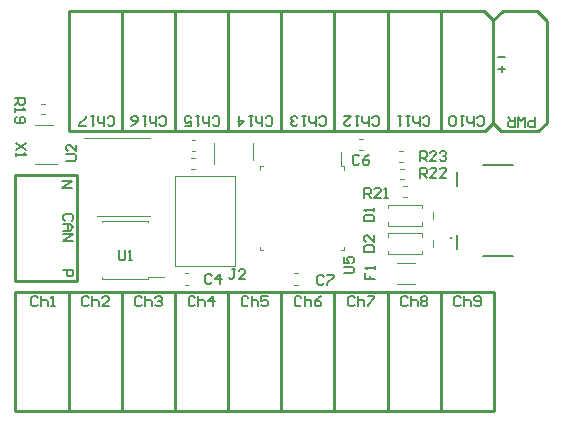
<source format=gto>
G04 Layer_Color=65535*
%FSLAX25Y25*%
%MOIN*%
G70*
G01*
G75*
%ADD24C,0.00500*%
%ADD40C,0.01000*%
%ADD41C,0.00472*%
%ADD42C,0.01000*%
%ADD43C,0.00701*%
D24*
X631299Y211260D02*
X641221D01*
X622598Y204252D02*
Y208898D01*
X631378Y180866D02*
X641378D01*
X622598Y183268D02*
Y187953D01*
D40*
X620590Y186811D02*
D03*
D41*
X590020Y220000D02*
X591083D01*
X590020Y216220D02*
X591083D01*
X602539Y171653D02*
X608484D01*
X602539Y178740D02*
X608484D01*
X610748Y190945D02*
Y192106D01*
X599488Y196870D02*
Y198031D01*
X610748D01*
Y196870D02*
Y198031D01*
X599488Y190945D02*
X610748D01*
X599488D02*
Y192106D01*
X614528Y193307D02*
Y195669D01*
X610748Y181496D02*
Y182658D01*
X599488Y187421D02*
Y188583D01*
X610748D01*
Y187421D02*
Y188583D01*
X599488Y181496D02*
X610748D01*
X599488D02*
Y182658D01*
X614528Y183858D02*
Y186221D01*
X603681Y210039D02*
X604980D01*
X603681Y206496D02*
X604980D01*
X603287Y215945D02*
X604587D01*
X603287Y212402D02*
X604587D01*
X528465Y177520D02*
X548465D01*
X528465D02*
Y207520D01*
X548465D01*
Y177520D02*
Y207520D01*
X583740Y210827D02*
Y215591D01*
Y210827D02*
X584842D01*
Y209724D02*
Y210827D01*
X556890D02*
X557992D01*
X556890Y209724D02*
Y210827D01*
Y182874D02*
X557992D01*
X556890D02*
Y183976D01*
X583740Y182874D02*
X584842D01*
Y183976D01*
X531752Y175118D02*
X532815D01*
X531752Y171339D02*
X532815D01*
X568366Y175118D02*
X569429D01*
X568366Y171339D02*
X569429D01*
X498130Y220374D02*
X502638D01*
Y194390D02*
X520354D01*
X502638Y220374D02*
X520354D01*
X519488Y173937D02*
X524980D01*
X504134Y173425D02*
Y173937D01*
Y173425D02*
X519488D01*
Y173937D01*
X504134Y192205D02*
Y192717D01*
X519488D01*
Y192205D02*
Y192717D01*
X483996Y228150D02*
X485295D01*
X483996Y231693D02*
X485295D01*
X604468Y204134D02*
X605768D01*
X604468Y200591D02*
X605768D01*
X534114Y219606D02*
X535177D01*
X534114Y215827D02*
X535177D01*
X541673Y211437D02*
Y212992D01*
X554646D02*
Y218740D01*
X541417Y212992D02*
Y218740D01*
X533996Y213583D02*
X535295D01*
X533996Y210039D02*
X535295D01*
X482047Y211496D02*
X487795D01*
X482047Y224724D02*
X487795D01*
Y211752D02*
X489350D01*
D42*
X493110Y129134D02*
Y168898D01*
X475394Y129134D02*
X493110D01*
X475394D02*
Y168898D01*
X493110Y129134D02*
X510827D01*
Y168898D01*
Y129134D02*
X528543D01*
Y168898D01*
Y129134D02*
X546260D01*
Y168898D01*
X528543D02*
X546260D01*
X546260Y129134D02*
X563976D01*
Y168898D01*
Y129134D02*
X581693D01*
Y168898D01*
X581693Y129134D02*
X599409D01*
Y168898D01*
Y129134D02*
X617126D01*
Y168898D01*
Y129134D02*
X634842D01*
Y168898D01*
X493110Y129134D02*
Y130905D01*
X546260Y129134D02*
Y130905D01*
X563976Y129134D02*
Y130905D01*
X581693Y129134D02*
Y130905D01*
X599409Y129134D02*
Y130905D01*
X617126Y129134D02*
Y130905D01*
X475394Y168898D02*
X528740D01*
X546260D02*
X634842D01*
X617126Y222441D02*
Y262598D01*
X599409Y222441D02*
Y262598D01*
X617126D01*
X581693Y222835D02*
Y262598D01*
X599409D01*
X563976Y222835D02*
Y262598D01*
X581693D01*
X546260Y222835D02*
Y262598D01*
X563976D01*
X528543Y222835D02*
Y262598D01*
X546260D01*
X510827Y222835D02*
Y262598D01*
X528543D01*
X493110Y222441D02*
Y262598D01*
X510827D01*
X493110Y222441D02*
X599409D01*
X475984Y207874D02*
X484252D01*
X475197D02*
X475984D01*
X475197Y174016D02*
Y207874D01*
Y172441D02*
Y174016D01*
Y172441D02*
X496063D01*
Y207874D01*
X484252D02*
X496063D01*
X634646Y225197D02*
X637402Y222441D01*
X599409D02*
X618504D01*
X634646Y259449D02*
X637795Y262598D01*
X634646Y225197D02*
Y258268D01*
Y259449D01*
X617126Y222441D02*
X631890D01*
X634646Y225197D01*
X617126Y262598D02*
X631496D01*
X634646Y259449D01*
X637795Y262598D02*
X649213D01*
X652559Y259252D01*
X637402Y222441D02*
X649606D01*
X652559Y225394D01*
Y259252D01*
D43*
X589994Y214166D02*
X589444Y214716D01*
X588345D01*
X587795Y214166D01*
Y211967D01*
X588345Y211417D01*
X589444D01*
X589994Y211967D01*
X593292Y214716D02*
X592193Y214166D01*
X591093Y213066D01*
Y211967D01*
X591643Y211417D01*
X592742D01*
X593292Y211967D01*
Y212517D01*
X592742Y213066D01*
X591093D01*
X591978Y175427D02*
Y173228D01*
X593626D01*
Y174328D01*
Y173228D01*
X595276D01*
Y176526D02*
Y177626D01*
Y177076D01*
X591978D01*
X592527Y176526D01*
X591584Y192520D02*
X594882D01*
Y194169D01*
X594332Y194719D01*
X592133D01*
X591584Y194169D01*
Y192520D01*
X594882Y195818D02*
Y196917D01*
Y196368D01*
X591584D01*
X592133Y195818D01*
X591584Y182283D02*
X594882D01*
Y183932D01*
X594332Y184482D01*
X592133D01*
X591584Y183932D01*
Y182283D01*
X594882Y187780D02*
Y185582D01*
X592683Y187780D01*
X592133D01*
X591584Y187231D01*
Y186131D01*
X592133Y185582D01*
X610236Y207087D02*
Y210385D01*
X611885D01*
X612435Y209835D01*
Y208736D01*
X611885Y208186D01*
X610236D01*
X611336D02*
X612435Y207087D01*
X615733D02*
X613534D01*
X615733Y209285D01*
Y209835D01*
X615183Y210385D01*
X614084D01*
X613534Y209835D01*
X619031Y207087D02*
X616832D01*
X619031Y209285D01*
Y209835D01*
X618482Y210385D01*
X617382D01*
X616832Y209835D01*
X610236Y212598D02*
Y215897D01*
X611885D01*
X612435Y215347D01*
Y214247D01*
X611885Y213698D01*
X610236D01*
X611336D02*
X612435Y212598D01*
X615733D02*
X613534D01*
X615733Y214797D01*
Y215347D01*
X615183Y215897D01*
X614084D01*
X613534Y215347D01*
X616832D02*
X617382Y215897D01*
X618482D01*
X619031Y215347D01*
Y214797D01*
X618482Y214247D01*
X617932D01*
X618482D01*
X619031Y213698D01*
Y213148D01*
X618482Y212598D01*
X617382D01*
X616832Y213148D01*
X548656Y176526D02*
X547556D01*
X548106D01*
Y173778D01*
X547556Y173228D01*
X547006D01*
X546457Y173778D01*
X551954Y173228D02*
X549755D01*
X551954Y175427D01*
Y175977D01*
X551404Y176526D01*
X550305D01*
X549755Y175977D01*
X584891Y175197D02*
X587639D01*
X588189Y175747D01*
Y176846D01*
X587639Y177396D01*
X584891D01*
Y180694D02*
Y178495D01*
X586540D01*
X585990Y179594D01*
Y180144D01*
X586540Y180694D01*
X587639D01*
X588189Y180144D01*
Y179045D01*
X587639Y178495D01*
X540781Y174402D02*
X540232Y174952D01*
X539132D01*
X538583Y174402D01*
Y172203D01*
X539132Y171653D01*
X540232D01*
X540781Y172203D01*
X543530Y171653D02*
Y174952D01*
X541881Y173303D01*
X544080D01*
X578183Y174008D02*
X577633Y174558D01*
X576534D01*
X575984Y174008D01*
Y171809D01*
X576534Y171260D01*
X577633D01*
X578183Y171809D01*
X579282Y174558D02*
X581481D01*
Y174008D01*
X579282Y171809D01*
Y171260D01*
X492371Y212598D02*
X495120D01*
X495669Y213148D01*
Y214247D01*
X495120Y214797D01*
X492371D01*
X495669Y218095D02*
Y215897D01*
X493470Y218095D01*
X492921D01*
X492371Y217546D01*
Y216446D01*
X492921Y215897D01*
X509842Y182826D02*
Y180077D01*
X510392Y179528D01*
X511492D01*
X512041Y180077D01*
Y182826D01*
X513141Y179528D02*
X514240D01*
X513690D01*
Y182826D01*
X513141Y182276D01*
X475197Y233465D02*
X478495D01*
Y231816D01*
X477945Y231266D01*
X476846D01*
X476296Y231816D01*
Y233465D01*
Y232365D02*
X475197Y231266D01*
Y230166D02*
Y229067D01*
Y229617D01*
X478495D01*
X477945Y230166D01*
X475746Y227418D02*
X475197Y226868D01*
Y225769D01*
X475746Y225219D01*
X477945D01*
X478495Y225769D01*
Y226868D01*
X477945Y227418D01*
X477396D01*
X476846Y226868D01*
Y225219D01*
X591732Y200394D02*
Y203692D01*
X593381D01*
X593931Y203142D01*
Y202043D01*
X593381Y201493D01*
X591732D01*
X592832D02*
X593931Y200394D01*
X597229D02*
X595030D01*
X597229Y202592D01*
Y203142D01*
X596679Y203692D01*
X595580D01*
X595030Y203142D01*
X598329Y200394D02*
X599428D01*
X598878D01*
Y203692D01*
X598329Y203142D01*
X478889Y218504D02*
X475591Y216305D01*
X478889D02*
X475591Y218504D01*
Y215206D02*
Y214106D01*
Y214656D01*
X478889D01*
X478339Y215206D01*
X482907Y166922D02*
X482358Y167471D01*
X481258D01*
X480709Y166922D01*
Y164723D01*
X481258Y164173D01*
X482358D01*
X482907Y164723D01*
X484007Y167471D02*
Y164173D01*
Y165822D01*
X484556Y166372D01*
X485656D01*
X486206Y165822D01*
Y164173D01*
X487305D02*
X488404D01*
X487855D01*
Y167471D01*
X487305Y166922D01*
X499837D02*
X499287Y167471D01*
X498187D01*
X497638Y166922D01*
Y164723D01*
X498187Y164173D01*
X499287D01*
X499837Y164723D01*
X500936Y167471D02*
Y164173D01*
Y165822D01*
X501486Y166372D01*
X502585D01*
X503135Y165822D01*
Y164173D01*
X506433D02*
X504234D01*
X506433Y166372D01*
Y166922D01*
X505883Y167471D01*
X504784D01*
X504234Y166922D01*
X517553D02*
X517003Y167471D01*
X515904D01*
X515354Y166922D01*
Y164723D01*
X515904Y164173D01*
X517003D01*
X517553Y164723D01*
X518652Y167471D02*
Y164173D01*
Y165822D01*
X519202Y166372D01*
X520301D01*
X520851Y165822D01*
Y164173D01*
X521951Y166922D02*
X522500Y167471D01*
X523600D01*
X524149Y166922D01*
Y166372D01*
X523600Y165822D01*
X523050D01*
X523600D01*
X524149Y165273D01*
Y164723D01*
X523600Y164173D01*
X522500D01*
X521951Y164723D01*
X535270Y166922D02*
X534720Y167471D01*
X533621D01*
X533071Y166922D01*
Y164723D01*
X533621Y164173D01*
X534720D01*
X535270Y164723D01*
X536369Y167471D02*
Y164173D01*
Y165822D01*
X536919Y166372D01*
X538018D01*
X538568Y165822D01*
Y164173D01*
X541316D02*
Y167471D01*
X539667Y165822D01*
X541866D01*
X552986Y166922D02*
X552436Y167471D01*
X551337D01*
X550787Y166922D01*
Y164723D01*
X551337Y164173D01*
X552436D01*
X552986Y164723D01*
X554085Y167471D02*
Y164173D01*
Y165822D01*
X554635Y166372D01*
X555735D01*
X556284Y165822D01*
Y164173D01*
X559582Y167471D02*
X557384D01*
Y165822D01*
X558483Y166372D01*
X559033D01*
X559582Y165822D01*
Y164723D01*
X559033Y164173D01*
X557933D01*
X557384Y164723D01*
X570703Y166922D02*
X570153Y167471D01*
X569054D01*
X568504Y166922D01*
Y164723D01*
X569054Y164173D01*
X570153D01*
X570703Y164723D01*
X571802Y167471D02*
Y164173D01*
Y165822D01*
X572352Y166372D01*
X573451D01*
X574001Y165822D01*
Y164173D01*
X577299Y167471D02*
X576200Y166922D01*
X575100Y165822D01*
Y164723D01*
X575650Y164173D01*
X576749D01*
X577299Y164723D01*
Y165273D01*
X576749Y165822D01*
X575100D01*
X588419Y166922D02*
X587870Y167471D01*
X586770D01*
X586221Y166922D01*
Y164723D01*
X586770Y164173D01*
X587870D01*
X588419Y164723D01*
X589519Y167471D02*
Y164173D01*
Y165822D01*
X590068Y166372D01*
X591168D01*
X591717Y165822D01*
Y164173D01*
X592817Y167471D02*
X595015D01*
Y166922D01*
X592817Y164723D01*
Y164173D01*
X606136Y166922D02*
X605586Y167471D01*
X604487D01*
X603937Y166922D01*
Y164723D01*
X604487Y164173D01*
X605586D01*
X606136Y164723D01*
X607235Y167471D02*
Y164173D01*
Y165822D01*
X607785Y166372D01*
X608884D01*
X609434Y165822D01*
Y164173D01*
X610533Y166922D02*
X611083Y167471D01*
X612182D01*
X612732Y166922D01*
Y166372D01*
X612182Y165822D01*
X612732Y165273D01*
Y164723D01*
X612182Y164173D01*
X611083D01*
X610533Y164723D01*
Y165273D01*
X611083Y165822D01*
X610533Y166372D01*
Y166922D01*
X611083Y165822D02*
X612182D01*
X623852Y166922D02*
X623303Y167471D01*
X622203D01*
X621654Y166922D01*
Y164723D01*
X622203Y164173D01*
X623303D01*
X623852Y164723D01*
X624952Y167471D02*
Y164173D01*
Y165822D01*
X625501Y166372D01*
X626601D01*
X627150Y165822D01*
Y164173D01*
X628250Y164723D02*
X628799Y164173D01*
X629899D01*
X630449Y164723D01*
Y166922D01*
X629899Y167471D01*
X628799D01*
X628250Y166922D01*
Y166372D01*
X628799Y165822D01*
X630449D01*
X638583Y243233D02*
X636384D01*
X637483Y242133D02*
Y244332D01*
X629297Y224811D02*
X629847Y224261D01*
X630946D01*
X631496Y224811D01*
Y227009D01*
X630946Y227559D01*
X629847D01*
X629297Y227009D01*
X628198Y224261D02*
Y227559D01*
Y225910D01*
X627648Y225360D01*
X626549D01*
X625999Y225910D01*
Y227559D01*
X624900D02*
X623800D01*
X624350D01*
Y224261D01*
X624900Y224811D01*
X622151D02*
X621602Y224261D01*
X620502D01*
X619953Y224811D01*
Y227009D01*
X620502Y227559D01*
X621602D01*
X622151Y227009D01*
Y224811D01*
X611187D02*
X611737Y224261D01*
X612836D01*
X613386Y224811D01*
Y227009D01*
X612836Y227559D01*
X611737D01*
X611187Y227009D01*
X610088Y224261D02*
Y227559D01*
Y225910D01*
X609538Y225360D01*
X608439D01*
X607889Y225910D01*
Y227559D01*
X606789D02*
X605690D01*
X606240D01*
Y224261D01*
X606789Y224811D01*
X604041Y227559D02*
X602942D01*
X603491D01*
Y224261D01*
X604041Y224811D01*
X594258D02*
X594808Y224261D01*
X595907D01*
X596457Y224811D01*
Y227009D01*
X595907Y227559D01*
X594808D01*
X594258Y227009D01*
X593159Y224261D02*
Y227559D01*
Y225910D01*
X592609Y225360D01*
X591509D01*
X590960Y225910D01*
Y227559D01*
X589860D02*
X588761D01*
X589311D01*
Y224261D01*
X589860Y224811D01*
X584913Y227559D02*
X587112D01*
X584913Y225360D01*
Y224811D01*
X585463Y224261D01*
X586562D01*
X587112Y224811D01*
X576541D02*
X577091Y224261D01*
X578191D01*
X578740Y224811D01*
Y227009D01*
X578191Y227559D01*
X577091D01*
X576541Y227009D01*
X575442Y224261D02*
Y227559D01*
Y225910D01*
X574892Y225360D01*
X573793D01*
X573243Y225910D01*
Y227559D01*
X572144D02*
X571044D01*
X571594D01*
Y224261D01*
X572144Y224811D01*
X569395D02*
X568846Y224261D01*
X567746D01*
X567197Y224811D01*
Y225360D01*
X567746Y225910D01*
X568296D01*
X567746D01*
X567197Y226460D01*
Y227009D01*
X567746Y227559D01*
X568846D01*
X569395Y227009D01*
X558825Y224811D02*
X559375Y224261D01*
X560474D01*
X561024Y224811D01*
Y227009D01*
X560474Y227559D01*
X559375D01*
X558825Y227009D01*
X557725Y224261D02*
Y227559D01*
Y225910D01*
X557176Y225360D01*
X556076D01*
X555527Y225910D01*
Y227559D01*
X554427D02*
X553328D01*
X553878D01*
Y224261D01*
X554427Y224811D01*
X550030Y227559D02*
Y224261D01*
X551679Y225910D01*
X549480D01*
X541108Y224811D02*
X541658Y224261D01*
X542757D01*
X543307Y224811D01*
Y227009D01*
X542757Y227559D01*
X541658D01*
X541108Y227009D01*
X540009Y224261D02*
Y227559D01*
Y225910D01*
X539459Y225360D01*
X538360D01*
X537810Y225910D01*
Y227559D01*
X536711D02*
X535611D01*
X536161D01*
Y224261D01*
X536711Y224811D01*
X531764Y224261D02*
X533962D01*
Y225910D01*
X532863Y225360D01*
X532313D01*
X531764Y225910D01*
Y227009D01*
X532313Y227559D01*
X533413D01*
X533962Y227009D01*
X523392Y224811D02*
X523942Y224261D01*
X525041D01*
X525591Y224811D01*
Y227009D01*
X525041Y227559D01*
X523942D01*
X523392Y227009D01*
X522292Y224261D02*
Y227559D01*
Y225910D01*
X521743Y225360D01*
X520643D01*
X520094Y225910D01*
Y227559D01*
X518994D02*
X517895D01*
X518445D01*
Y224261D01*
X518994Y224811D01*
X514047Y224261D02*
X515146Y224811D01*
X516246Y225910D01*
Y227009D01*
X515696Y227559D01*
X514597D01*
X514047Y227009D01*
Y226460D01*
X514597Y225910D01*
X516246D01*
X506069Y224811D02*
X506619Y224261D01*
X507718D01*
X508268Y224811D01*
Y227009D01*
X507718Y227559D01*
X506619D01*
X506069Y227009D01*
X504970Y224261D02*
Y227559D01*
Y225910D01*
X504420Y225360D01*
X503321D01*
X502771Y225910D01*
Y227559D01*
X501671D02*
X500572D01*
X501122D01*
Y224261D01*
X501671Y224811D01*
X498923Y224261D02*
X496724D01*
Y224811D01*
X498923Y227009D01*
Y227559D01*
X636221Y247318D02*
X638419D01*
X648425Y227165D02*
Y223867D01*
X646776D01*
X646226Y224417D01*
Y225516D01*
X646776Y226066D01*
X648425D01*
X645127Y223867D02*
Y227165D01*
X644028Y226066D01*
X642928Y227165D01*
Y223867D01*
X641829Y227165D02*
Y223867D01*
X640180D01*
X639630Y224417D01*
Y225516D01*
X640180Y226066D01*
X641829D01*
X640730D02*
X639630Y227165D01*
X494087Y192683D02*
X494637Y193233D01*
Y194332D01*
X494087Y194882D01*
X491888D01*
X491339Y194332D01*
Y193233D01*
X491888Y192683D01*
X491339Y191584D02*
X493537D01*
X494637Y190484D01*
X493537Y189385D01*
X491339D01*
X492988D01*
Y191584D01*
X491339Y188286D02*
X494637D01*
X491339Y186087D01*
X494637D01*
X490945Y205906D02*
X494243D01*
X490945Y203707D01*
X494243D01*
X491339Y176378D02*
X494637D01*
Y174729D01*
X494087Y174179D01*
X492988D01*
X492438Y174729D01*
Y176378D01*
M02*

</source>
